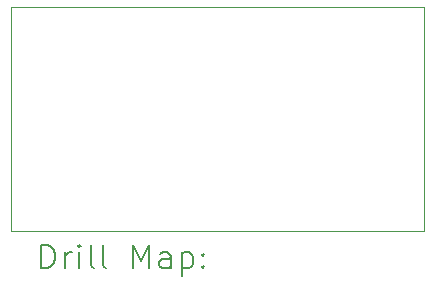
<source format=gbr>
%TF.GenerationSoftware,KiCad,Pcbnew,8.0.3*%
%TF.CreationDate,2024-07-07T19:01:39+09:00*%
%TF.ProjectId,next_usb_device,6e657874-5f75-4736-925f-646576696365,rev?*%
%TF.SameCoordinates,Original*%
%TF.FileFunction,Drillmap*%
%TF.FilePolarity,Positive*%
%FSLAX45Y45*%
G04 Gerber Fmt 4.5, Leading zero omitted, Abs format (unit mm)*
G04 Created by KiCad (PCBNEW 8.0.3) date 2024-07-07 19:01:39*
%MOMM*%
%LPD*%
G01*
G04 APERTURE LIST*
%ADD10C,0.050000*%
%ADD11C,0.200000*%
G04 APERTURE END LIST*
D10*
X10300000Y-6300000D02*
X13800000Y-6300000D01*
X13800000Y-8200000D01*
X10300000Y-8200000D01*
X10300000Y-6300000D01*
D11*
X10558277Y-8513984D02*
X10558277Y-8313984D01*
X10558277Y-8313984D02*
X10605896Y-8313984D01*
X10605896Y-8313984D02*
X10634467Y-8323508D01*
X10634467Y-8323508D02*
X10653515Y-8342555D01*
X10653515Y-8342555D02*
X10663039Y-8361603D01*
X10663039Y-8361603D02*
X10672563Y-8399698D01*
X10672563Y-8399698D02*
X10672563Y-8428270D01*
X10672563Y-8428270D02*
X10663039Y-8466365D01*
X10663039Y-8466365D02*
X10653515Y-8485412D01*
X10653515Y-8485412D02*
X10634467Y-8504460D01*
X10634467Y-8504460D02*
X10605896Y-8513984D01*
X10605896Y-8513984D02*
X10558277Y-8513984D01*
X10758277Y-8513984D02*
X10758277Y-8380650D01*
X10758277Y-8418746D02*
X10767801Y-8399698D01*
X10767801Y-8399698D02*
X10777324Y-8390174D01*
X10777324Y-8390174D02*
X10796372Y-8380650D01*
X10796372Y-8380650D02*
X10815420Y-8380650D01*
X10882086Y-8513984D02*
X10882086Y-8380650D01*
X10882086Y-8313984D02*
X10872563Y-8323508D01*
X10872563Y-8323508D02*
X10882086Y-8333031D01*
X10882086Y-8333031D02*
X10891610Y-8323508D01*
X10891610Y-8323508D02*
X10882086Y-8313984D01*
X10882086Y-8313984D02*
X10882086Y-8333031D01*
X11005896Y-8513984D02*
X10986848Y-8504460D01*
X10986848Y-8504460D02*
X10977324Y-8485412D01*
X10977324Y-8485412D02*
X10977324Y-8313984D01*
X11110658Y-8513984D02*
X11091610Y-8504460D01*
X11091610Y-8504460D02*
X11082086Y-8485412D01*
X11082086Y-8485412D02*
X11082086Y-8313984D01*
X11339229Y-8513984D02*
X11339229Y-8313984D01*
X11339229Y-8313984D02*
X11405896Y-8456841D01*
X11405896Y-8456841D02*
X11472562Y-8313984D01*
X11472562Y-8313984D02*
X11472562Y-8513984D01*
X11653515Y-8513984D02*
X11653515Y-8409222D01*
X11653515Y-8409222D02*
X11643991Y-8390174D01*
X11643991Y-8390174D02*
X11624943Y-8380650D01*
X11624943Y-8380650D02*
X11586848Y-8380650D01*
X11586848Y-8380650D02*
X11567801Y-8390174D01*
X11653515Y-8504460D02*
X11634467Y-8513984D01*
X11634467Y-8513984D02*
X11586848Y-8513984D01*
X11586848Y-8513984D02*
X11567801Y-8504460D01*
X11567801Y-8504460D02*
X11558277Y-8485412D01*
X11558277Y-8485412D02*
X11558277Y-8466365D01*
X11558277Y-8466365D02*
X11567801Y-8447317D01*
X11567801Y-8447317D02*
X11586848Y-8437793D01*
X11586848Y-8437793D02*
X11634467Y-8437793D01*
X11634467Y-8437793D02*
X11653515Y-8428270D01*
X11748753Y-8380650D02*
X11748753Y-8580650D01*
X11748753Y-8390174D02*
X11767801Y-8380650D01*
X11767801Y-8380650D02*
X11805896Y-8380650D01*
X11805896Y-8380650D02*
X11824943Y-8390174D01*
X11824943Y-8390174D02*
X11834467Y-8399698D01*
X11834467Y-8399698D02*
X11843991Y-8418746D01*
X11843991Y-8418746D02*
X11843991Y-8475889D01*
X11843991Y-8475889D02*
X11834467Y-8494936D01*
X11834467Y-8494936D02*
X11824943Y-8504460D01*
X11824943Y-8504460D02*
X11805896Y-8513984D01*
X11805896Y-8513984D02*
X11767801Y-8513984D01*
X11767801Y-8513984D02*
X11748753Y-8504460D01*
X11929705Y-8494936D02*
X11939229Y-8504460D01*
X11939229Y-8504460D02*
X11929705Y-8513984D01*
X11929705Y-8513984D02*
X11920182Y-8504460D01*
X11920182Y-8504460D02*
X11929705Y-8494936D01*
X11929705Y-8494936D02*
X11929705Y-8513984D01*
X11929705Y-8390174D02*
X11939229Y-8399698D01*
X11939229Y-8399698D02*
X11929705Y-8409222D01*
X11929705Y-8409222D02*
X11920182Y-8399698D01*
X11920182Y-8399698D02*
X11929705Y-8390174D01*
X11929705Y-8390174D02*
X11929705Y-8409222D01*
M02*

</source>
